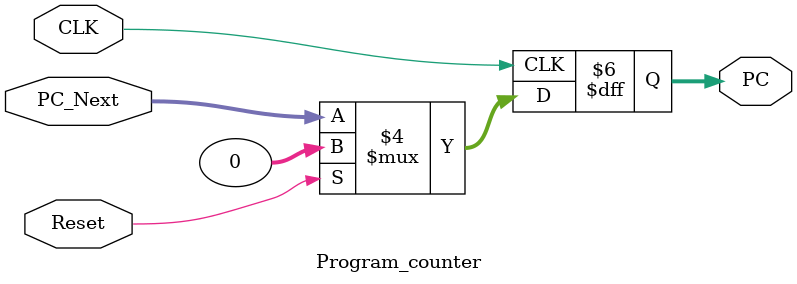
<source format=v>
`timescale 1ns / 1ps
module Program_counter(

     input CLK , Reset ,
	  input [ 31 : 0 ] PC_Next ,
	  output reg [ 31 : 0 ] PC 
	  
    );
	 
	 always @( posedge CLK )
	 begin 
	     
		  if ( Reset == 1'b1 )
			 PC <= 32'h0 ;
		  else
		    PC <= PC_Next ;
			 
	 end 


endmodule

</source>
